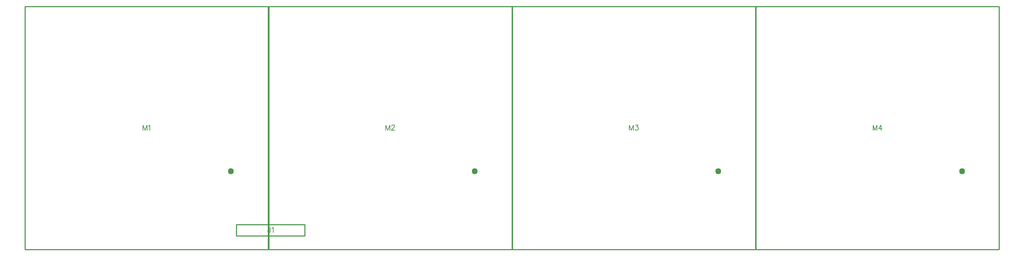
<source format=gbr>
G04 DipTrace 2.4.0.2*
%INÂåðõíºìàðêóâàííÿ.gbr*%
%MOMM*%
%ADD10C,0.25*%
%ADD18O,1.403X1.499*%
%ADD38C,0.196*%
%FSLAX53Y53*%
G04*
G71*
G90*
G75*
G01*
%LNTopSilk*%
%LPD*%
X61726Y16162D2*
D10*
X78626D1*
Y13362D1*
X61726D1*
Y16162D1*
X9365Y10000D2*
X69565D1*
Y70200D1*
X9365D1*
Y10000D1*
D18*
X60363Y29351D3*
X69718Y10000D2*
D10*
X129918D1*
Y70200D1*
X69718D1*
Y10000D1*
D18*
X120716Y29351D3*
X130037Y10000D2*
D10*
X190237D1*
Y70200D1*
X130037D1*
Y10000D1*
D18*
X181035Y29351D3*
X190355Y10000D2*
D10*
X250555D1*
Y70200D1*
X190355D1*
Y10000D1*
D18*
X241354Y29351D3*
X70131Y15477D2*
D38*
Y14505D1*
X70071Y14323D1*
X70009Y14262D1*
X69888Y14200D1*
X69766D1*
X69645Y14262D1*
X69585Y14323D1*
X69523Y14505D1*
Y14626D1*
X70523Y15232D2*
X70645Y15294D1*
X70828Y15475D1*
Y14200D1*
X39602Y39538D2*
Y40815D1*
X39117Y39538D1*
X38631Y40815D1*
Y39538D1*
X39995Y40570D2*
X40117Y40632D1*
X40299Y40813D1*
Y39538D1*
X99682D2*
Y40815D1*
X99197Y39538D1*
X98711Y40815D1*
Y39538D1*
X100136Y40510D2*
Y40570D1*
X100197Y40692D1*
X100257Y40753D1*
X100379Y40813D1*
X100622D1*
X100743Y40753D1*
X100803Y40692D1*
X100865Y40570D1*
Y40450D1*
X100803Y40327D1*
X100682Y40146D1*
X100075Y39538D1*
X100925D1*
X160001D2*
Y40815D1*
X159516Y39538D1*
X159030Y40815D1*
Y39538D1*
X160516Y40813D2*
X161182D1*
X160819Y40327D1*
X161001D1*
X161122Y40267D1*
X161182Y40207D1*
X161244Y40024D1*
Y39903D1*
X161182Y39721D1*
X161062Y39599D1*
X160879Y39538D1*
X160697D1*
X160516Y39599D1*
X160455Y39661D1*
X160394Y39781D1*
X220289Y39538D2*
Y40815D1*
X219804Y39538D1*
X219318Y40815D1*
Y39538D1*
X221289D2*
Y40813D1*
X220682Y39964D1*
X221593D1*
M02*

</source>
